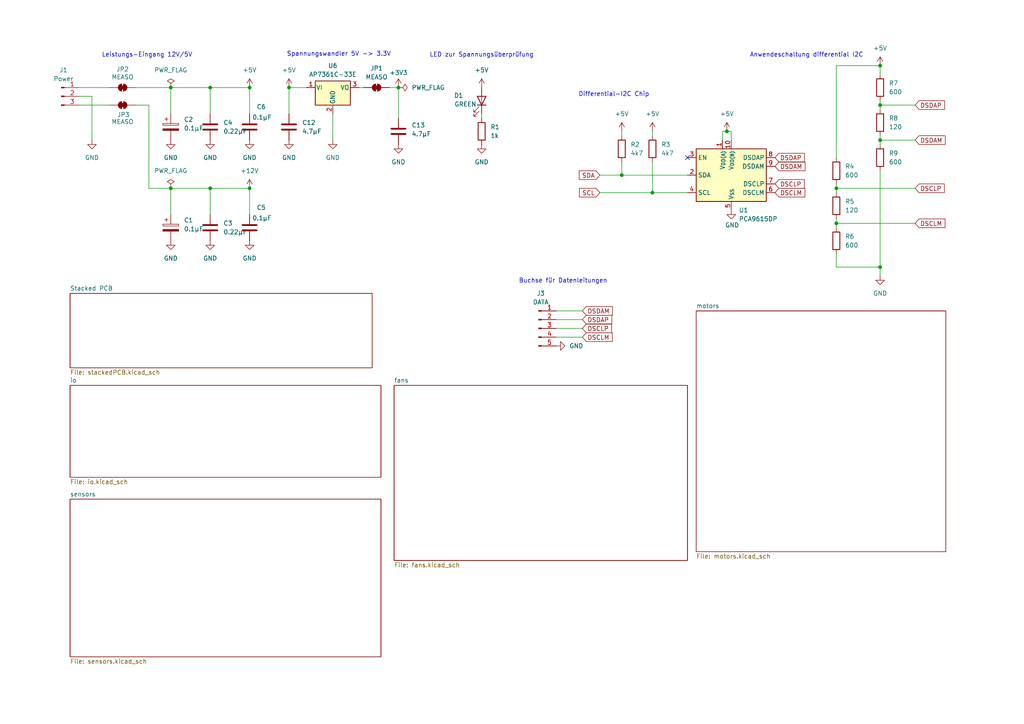
<source format=kicad_sch>
(kicad_sch (version 20231120) (generator "eeschema") (generator_version "8.0")
  (paper "A4")
  (title_block (title "Printhead PCB"))
  (lib_symbols
    (symbol "Connector:Conn_01x03_Pin" (pin_names (offset 1.016) hide)
      (property "Reference" "J" (at 0 5.08 0))
      (property "Value" "Conn_01x03_Pin" (at 0 -5.08 0))
      (symbol "Conn_01x03_Pin_1_1"
        (polyline (pts (xy 1.27 -2.54) (xy 0.8636 -2.54)) (stroke (width 0.1524)))
        (polyline (pts (xy 1.27 0) (xy 0.8636 0)) (stroke (width 0.1524)))
        (polyline (pts (xy 1.27 2.54) (xy 0.8636 2.54)) (stroke (width 0.1524)))
        (rectangle (start 0.8636 -2.413) (end 0 -2.667) (stroke (width 0.1524)) (fill (type outline)))
        (rectangle (start 0.8636 0.127) (end 0 -0.127) (stroke (width 0.1524)) (fill (type outline)))
        (rectangle (start 0.8636 2.667) (end 0 2.413) (stroke (width 0.1524)) (fill (type outline)))
        (pin passive line (at 5.08 2.54 180) (length 3.81) (name "Pin_1") (number "1"))
        (pin passive line (at 5.08 0 180) (length 3.81) (name "Pin_2") (number "2"))
        (pin passive line (at 5.08 -2.54 180) (length 3.81) (name "Pin_3") (number "3"))
      )
    )
    (symbol "Connector:Conn_01x05_Pin" (pin_names (offset 1.016) hide)
      (property "Reference" "J" (at 0 7.62 0))
      (property "Value" "Conn_01x05_Pin" (at 0 -7.62 0))
      (symbol "Conn_01x05_Pin_1_1"
        (polyline (pts (xy 1.27 -5.08) (xy 0.8636 -5.08)) (stroke (width 0.1524)))
        (polyline (pts (xy 1.27 -2.54) (xy 0.8636 -2.54)) (stroke (width 0.1524)))
        (polyline (pts (xy 1.27 0) (xy 0.8636 0)) (stroke (width 0.1524)))
        (polyline (pts (xy 1.27 2.54) (xy 0.8636 2.54)) (stroke (width 0.1524)))
        (polyline (pts (xy 1.27 5.08) (xy 0.8636 5.08)) (stroke (width 0.1524)))
        (rectangle (start 0.8636 -4.953) (end 0 -5.207) (stroke (width 0.1524)) (fill (type outline)))
        (rectangle (start 0.8636 -2.413) (end 0 -2.667) (stroke (width 0.1524)) (fill (type outline)))
        (rectangle (start 0.8636 0.127) (end 0 -0.127) (stroke (width 0.1524)) (fill (type outline)))
        (rectangle (start 0.8636 2.667) (end 0 2.413) (stroke (width 0.1524)) (fill (type outline)))
        (rectangle (start 0.8636 5.207) (end 0 4.953) (stroke (width 0.1524)) (fill (type outline)))
        (pin passive line (at 5.08 5.08 180) (length 3.81) (name "Pin_1") (number "1"))
        (pin passive line (at 5.08 2.54 180) (length 3.81) (name "Pin_2") (number "2"))
        (pin passive line (at 5.08 0 180) (length 3.81) (name "Pin_3") (number "3"))
        (pin passive line (at 5.08 -2.54 180) (length 3.81) (name "Pin_4") (number "4"))
        (pin passive line (at 5.08 -5.08 180) (length 3.81) (name "Pin_5") (number "5"))
      )
    )
    (symbol "Device:C" (pin_numbers hide) (pin_names (offset 0.254))
      (property "Reference" "C" (at 0.635 2.54 0))
      (property "Value" "C" (at 0.635 -2.54 0))
      (symbol "C_0_1"
        (polyline (pts (xy -2.032 -0.762) (xy 2.032 -0.762)) (stroke (width 0.508)))
        (polyline (pts (xy -2.032 0.762) (xy 2.032 0.762)) (stroke (width 0.508)))
      )
      (symbol "C_1_1"
        (pin passive line (at 0 3.81 270) (length 2.794) (name "~") (number "1"))
        (pin passive line (at 0 -3.81 90) (length 2.794) (name "~") (number "2"))
      )
    )
    (symbol "Device:C_Polarized" (pin_numbers hide) (pin_names (offset 0.254))
      (property "Reference" "C" (at 0.635 2.54 0))
      (property "Value" "C_Polarized" (at 0.635 -2.54 0))
      (symbol "C_Polarized_0_1"
        (rectangle (start -2.286 0.508) (end 2.286 1.016))
        (polyline (pts (xy -1.778 2.286) (xy -0.762 2.286)))
        (polyline (pts (xy -1.27 2.794) (xy -1.27 1.778)))
        (rectangle (start 2.286 -0.508) (end -2.286 -1.016) (fill (type outline)))
      )
      (symbol "C_Polarized_1_1"
        (pin passive line (at 0 3.81 270) (length 2.794) (name "~") (number "1"))
        (pin passive line (at 0 -3.81 90) (length 2.794) (name "~") (number "2"))
      )
    )
    (symbol "Device:LED" (pin_numbers hide) (pin_names (offset 1.016) hide)
      (property "Reference" "D" (at 0 2.54 0))
      (property "Value" "LED" (at 0 -2.54 0))
      (symbol "LED_0_1"
        (polyline (pts (xy -1.27 -1.27) (xy -1.27 1.27)) (stroke (width 0.254)))
        (polyline (pts (xy -1.27 0) (xy 1.27 0)))
        (polyline (pts (xy 1.27 -1.27) (xy 1.27 1.27) (xy -1.27 0) (xy 1.27 -1.27)) (stroke (width 0.254)))
        (polyline (pts (xy -3.048 -0.762) (xy -4.572 -2.286) (xy -3.81 -2.286) (xy -4.572 -2.286) (xy -4.572 -1.524)))
        (polyline (pts (xy -1.778 -0.762) (xy -3.302 -2.286) (xy -2.54 -2.286) (xy -3.302 -2.286) (xy -3.302 -1.524)))
      )
      (symbol "LED_1_1"
        (pin passive line (at -3.81 0 0) (length 2.54) (name "K") (number "1"))
        (pin passive line (at 3.81 0 180) (length 2.54) (name "A") (number "2"))
      )
    )
    (symbol "Device:R" (pin_numbers hide) (pin_names (offset 0))
      (property "Reference" "R" (at 2.032 0 90))
      (property "Value" "R" (at 0 0 90))
      (symbol "R_0_1"
        (rectangle (start -1.016 -2.54) (end 1.016 2.54) (stroke (width 0.254)))
      )
      (symbol "R_1_1"
        (pin passive line (at 0 3.81 270) (length 1.27) (name "~") (number "1"))
        (pin passive line (at 0 -3.81 90) (length 1.27) (name "~") (number "2"))
      )
    )
    (symbol "Interface:PCA9615DP"
      (property "Reference" "U" (at -10.16 8.89 0))
      (property "Value" "PCA9615DP" (at 1.27 8.89 0))
      (symbol "PCA9615DP_0_1"
        (rectangle (start -10.16 7.62) (end 10.16 -7.62) (stroke (width 0.254)) (fill (type background)))
      )
      (symbol "PCA9615DP_1_1"
        (pin power_in line (at -2.54 10.16 270) (length 2.54) (name "V_{DD(A)}") (number "1"))
        (pin power_in line (at 0 10.16 270) (length 2.54) (name "V_{DD(B)}") (number "10"))
        (pin bidirectional line (at -12.7 0 0) (length 2.54) (name "SDA") (number "2"))
        (pin input line (at -12.7 5.08 0) (length 2.54) (name "EN") (number "3"))
        (pin bidirectional line (at -12.7 -5.08 0) (length 2.54) (name "SCL") (number "4"))
        (pin power_in line (at 0 -10.16 90) (length 2.54) (name "V_{SS}") (number "5"))
        (pin bidirectional line (at 12.7 -5.08 180) (length 2.54) (name "DSCLM") (number "6"))
        (pin bidirectional line (at 12.7 -2.54 180) (length 2.54) (name "DSCLP") (number "7"))
        (pin bidirectional line (at 12.7 5.08 180) (length 2.54) (name "DSDAP") (number "8"))
        (pin bidirectional line (at 12.7 2.54 180) (length 2.54) (name "DSDAM") (number "9"))
      )
    )
    (symbol "Jumper:SolderJumper_2_Bridged" (pin_numbers hide) (pin_names (offset 0) hide) (exclude_from_sim yes) (in_bom no)
      (property "Reference" "JP" (at 0 2.032 0))
      (property "Value" "SolderJumper_2_Bridged" (at 0 -2.54 0))
      (symbol "SolderJumper_2_Bridged_0_1"
        (rectangle (start -0.508 0.508) (end 0.508 -0.508) (fill (type outline)))
        (arc (start -0.254 1.016) (mid -1.2656 0) (end -0.254 -1.016))
        (arc (start -0.254 1.016) (mid -1.2656 0) (end -0.254 -1.016) (fill (type outline)))
        (polyline (pts (xy -0.254 1.016) (xy -0.254 -1.016)))
        (polyline (pts (xy 0.254 1.016) (xy 0.254 -1.016)))
        (arc (start 0.254 -1.016) (mid 1.2656 0) (end 0.254 1.016))
        (arc (start 0.254 -1.016) (mid 1.2656 0) (end 0.254 1.016) (fill (type outline)))
      )
      (symbol "SolderJumper_2_Bridged_1_1"
        (pin passive line (at -3.81 0 0) (length 2.54) (name "A") (number "1"))
        (pin passive line (at 3.81 0 180) (length 2.54) (name "B") (number "2"))
      )
    )
    (symbol "Regulator_Linear:AP7361C-33E" (pin_names (offset 0.254))
      (property "Reference" "U" (at -3.81 3.175 0))
      (property "Value" "AP7361C-33E" (at 0 3.175 0))
      (symbol "AP7361C-33E_0_1"
        (rectangle (start -5.08 -5.08) (end 5.08 1.905) (stroke (width 0.254)) (fill (type background)))
      )
      (symbol "AP7361C-33E_1_1"
        (pin power_in line (at -7.62 0 0) (length 2.54) (name "VI") (number "1"))
        (pin power_in line (at 0 -7.62 90) (length 2.54) (name "GND") (number "2"))
        (pin power_out line (at 7.62 0 180) (length 2.54) (name "VO") (number "3"))
      )
    )
    (symbol "power:+12V" (power) (pin_numbers hide) (pin_names (offset 0) hide)
      (property "Value" "+12V" (at 0 3.556 0))
      (symbol "+12V_0_1"
        (polyline (pts (xy -0.762 1.27) (xy 0 2.54)))
        (polyline (pts (xy 0 0) (xy 0 2.54)))
        (polyline (pts (xy 0 2.54) (xy 0.762 1.27)))
      )
      (symbol "+12V_1_1"
        (pin power_in line (at 0 0 90) (length 0) (name "~") (number "1"))
      )
    )
    (symbol "power:+3V3" (power) (pin_numbers hide) (pin_names (offset 0) hide)
      (property "Value" "+3V3" (at 0 3.556 0))
      (symbol "+3V3_0_1"
        (polyline (pts (xy -0.762 1.27) (xy 0 2.54)))
        (polyline (pts (xy 0 0) (xy 0 2.54)))
        (polyline (pts (xy 0 2.54) (xy 0.762 1.27)))
      )
      (symbol "+3V3_1_1"
        (pin power_in line (at 0 0 90) (length 0) (name "~") (number "1"))
      )
    )
    (symbol "power:+5V" (power) (pin_numbers hide) (pin_names (offset 0) hide)
      (property "Value" "+5V" (at 0 3.556 0))
      (symbol "+5V_0_1"
        (polyline (pts (xy -0.762 1.27) (xy 0 2.54)))
        (polyline (pts (xy 0 0) (xy 0 2.54)))
        (polyline (pts (xy 0 2.54) (xy 0.762 1.27)))
      )
      (symbol "+5V_1_1"
        (pin power_in line (at 0 0 90) (length 0) (name "~") (number "1"))
      )
    )
    (symbol "power:GND" (power) (pin_numbers hide) (pin_names (offset 0) hide)
      (property "Value" "GND" (at 0 -3.81 0))
      (symbol "GND_0_1"
        (polyline (pts (xy 0 0) (xy 0 -1.27) (xy 1.27 -1.27) (xy 0 -2.54) (xy -1.27 -1.27) (xy 0 -1.27)))
      )
      (symbol "GND_1_1"
        (pin power_in line (at 0 0 270) (length 0) (name "~") (number "1"))
      )
    )
    (symbol "power:PWR_FLAG" (power) (pin_numbers hide) (pin_names (offset 0) hide)
      (property "Value" "PWR_FLAG" (at 0 3.81 0))
      (symbol "PWR_FLAG_0_0"
        (pin power_out line (at 0 0 90) (length 0) (name "~") (number "1"))
      )
      (symbol "PWR_FLAG_0_1"
        (polyline (pts (xy 0 0) (xy 0 1.27) (xy -1.016 1.905) (xy 0 2.54) (xy 1.016 1.905) (xy 0 1.27)))
      )
    )
  )
  (junction (at 255.27 30.48))
  (junction (at 60.96 25.4))
  (junction (at 115.57 25.4))
  (junction (at 49.53 54.61))
  (junction (at 72.39 54.61))
  (junction (at 72.39 25.4))
  (junction (at 255.27 40.64))
  (junction (at 180.34 50.8))
  (junction (at 242.57 54.61))
  (junction (at 255.27 19.05))
  (junction (at 255.27 77.47))
  (junction (at 189.23 55.88))
  (junction (at 210.82 38.1))
  (junction (at 83.82 25.4))
  (junction (at 49.53 25.4))
  (junction (at 60.96 54.61))
  (junction (at 242.57 64.77))
  (no_connect (at 199.39 45.72))
  (wire (pts (xy 242.57 53.34) (xy 242.57 54.61)))
  (wire (pts (xy 189.23 46.99) (xy 189.23 55.88)))
  (wire (pts (xy 72.39 33.02) (xy 72.39 25.4)))
  (wire (pts (xy 210.82 38.1) (xy 212.09 38.1)))
  (wire (pts (xy 242.57 54.61) (xy 242.57 55.88)))
  (wire (pts (xy 60.96 25.4) (xy 72.39 25.4)))
  (wire (pts (xy 242.57 64.77) (xy 265.43 64.77)))
  (wire (pts (xy 22.86 25.4) (xy 31.75 25.4)))
  (wire (pts (xy 189.23 39.37) (xy 189.23 38.1)))
  (wire (pts (xy 255.27 80.01) (xy 255.27 77.47)))
  (wire (pts (xy 242.57 64.77) (xy 242.57 66.04)))
  (wire (pts (xy 39.37 30.48) (xy 43.18 30.48)))
  (wire (pts (xy 49.53 62.23) (xy 49.53 54.61)))
  (wire (pts (xy 88.9 25.4) (xy 83.82 25.4)))
  (wire (pts (xy 242.57 19.05) (xy 255.27 19.05)))
  (wire (pts (xy 242.57 73.66) (xy 242.57 77.47)))
  (wire (pts (xy 26.67 27.94) (xy 26.67 40.64)))
  (wire (pts (xy 49.53 33.02) (xy 49.53 25.4)))
  (wire (pts (xy 255.27 19.05) (xy 255.27 21.59)))
  (wire (pts (xy 242.57 54.61) (xy 265.43 54.61)))
  (wire (pts (xy 39.37 25.4) (xy 49.53 25.4)))
  (wire (pts (xy 255.27 30.48) (xy 265.43 30.48)))
  (wire (pts (xy 242.57 63.5) (xy 242.57 64.77)))
  (wire (pts (xy 180.34 38.1) (xy 180.34 39.37)))
  (wire (pts (xy 168.91 92.71) (xy 161.29 92.71)))
  (wire (pts (xy 168.91 95.25) (xy 161.29 95.25)))
  (wire (pts (xy 72.39 62.23) (xy 72.39 54.61)))
  (wire (pts (xy 49.53 25.4) (xy 60.96 25.4)))
  (wire (pts (xy 255.27 40.64) (xy 255.27 41.91)))
  (wire (pts (xy 255.27 29.21) (xy 255.27 30.48)))
  (wire (pts (xy 139.7 33.02) (xy 139.7 34.29)))
  (wire (pts (xy 209.55 38.1) (xy 210.82 38.1)))
  (wire (pts (xy 255.27 49.53) (xy 255.27 77.47)))
  (wire (pts (xy 180.34 46.99) (xy 180.34 50.8)))
  (wire (pts (xy 113.03 25.4) (xy 115.57 25.4)))
  (wire (pts (xy 242.57 45.72) (xy 242.57 19.05)))
  (wire (pts (xy 255.27 39.37) (xy 255.27 40.64)))
  (wire (pts (xy 22.86 27.94) (xy 26.67 27.94)))
  (wire (pts (xy 22.86 30.48) (xy 31.75 30.48)))
  (wire (pts (xy 43.18 30.48) (xy 43.18 54.61)))
  (wire (pts (xy 43.18 54.61) (xy 49.53 54.61)))
  (wire (pts (xy 255.27 40.64) (xy 265.43 40.64)))
  (wire (pts (xy 255.27 77.47) (xy 242.57 77.47)))
  (wire (pts (xy 180.34 50.8) (xy 199.39 50.8)))
  (wire (pts (xy 60.96 62.23) (xy 60.96 54.61)))
  (wire (pts (xy 173.99 50.8) (xy 180.34 50.8)))
  (wire (pts (xy 173.99 55.88) (xy 189.23 55.88)))
  (wire (pts (xy 115.57 25.4) (xy 115.57 34.29)))
  (wire (pts (xy 189.23 55.88) (xy 199.39 55.88)))
  (wire (pts (xy 255.27 30.48) (xy 255.27 31.75)))
  (wire (pts (xy 49.53 54.61) (xy 60.96 54.61)))
  (wire (pts (xy 168.91 90.17) (xy 161.29 90.17)))
  (wire (pts (xy 168.91 97.79) (xy 161.29 97.79)))
  (wire (pts (xy 60.96 33.02) (xy 60.96 25.4)))
  (wire (pts (xy 83.82 25.4) (xy 83.82 33.02)))
  (wire (pts (xy 96.52 33.02) (xy 96.52 40.64)))
  (wire (pts (xy 104.14 25.4) (xy 105.41 25.4)))
  (wire (pts (xy 209.55 38.1) (xy 209.55 40.64)))
  (wire (pts (xy 60.96 54.61) (xy 72.39 54.61)))
  (wire (pts (xy 212.09 40.64) (xy 212.09 38.1)))
  (text "Anwendeschaltung differential I2C" (at 233.934 16.002 0) (effects (font (size 1.27 1.27))))
  (text "Differential-I2C Chip" (at 178.054 27.432 0) (effects (font (size 1.27 1.27))))
  (text "Leistungs-Eingang 12V/5V\n" (at 42.672 16.002 0) (effects (font (size 1.27 1.27))))
  (text "Buchse für Datenleitungen\n" (at 163.322 81.534 0) (effects (font (size 1.27 1.27))))
  (text "Spannungswandler 5V -> 3.3V\n" (at 98.298 15.748 0) (effects (font (size 1.27 1.27))))
  (text "LED zur Spannungsüberprüfung" (at 139.7 16.002 0) (effects (font (size 1.27 1.27))))
  (global_label "DSCLP" (shape input) (at 265.43 54.61 0) (property "Intersheetrefs" "${INTERSHEET_REFS}" (effects (hide yes))))
  (global_label "DSDAM" (shape input) (at 168.91 90.17 0) (property "Intersheetrefs" "${INTERSHEET_REFS}" (effects (hide yes))))
  (global_label "DSCLP" (shape input) (at 224.79 53.34 0) (property "Intersheetrefs" "${INTERSHEET_REFS}" (effects (hide yes))))
  (global_label "DSCLM" (shape input) (at 224.79 55.88 0) (property "Intersheetrefs" "${INTERSHEET_REFS}" (effects (hide yes))))
  (global_label "DSDAP" (shape input) (at 265.43 30.48 0) (property "Intersheetrefs" "${INTERSHEET_REFS}" (effects (hide yes))))
  (global_label "DSDAP" (shape input) (at 168.91 92.71 0) (property "Intersheetrefs" "${INTERSHEET_REFS}" (effects (hide yes))))
  (global_label "DSCLM" (shape input) (at 265.43 64.77 0) (property "Intersheetrefs" "${INTERSHEET_REFS}" (effects (hide yes))))
  (global_label "DSDAM" (shape input) (at 265.43 40.64 0) (property "Intersheetrefs" "${INTERSHEET_REFS}" (effects (hide yes))))
  (global_label "SDA" (shape input) (at 173.99 50.8 180) (property "Intersheetrefs" "${INTERSHEET_REFS}" (effects (hide yes))))
  (global_label "DSCLP" (shape input) (at 168.91 95.25 0) (property "Intersheetrefs" "${INTERSHEET_REFS}" (effects (hide yes))))
  (global_label "DSDAP" (shape input) (at 224.79 45.72 0) (property "Intersheetrefs" "${INTERSHEET_REFS}" (effects (hide yes))))
  (global_label "DSCLM" (shape input) (at 168.91 97.79 0) (property "Intersheetrefs" "${INTERSHEET_REFS}" (effects (hide yes))))
  (global_label "DSDAM" (shape input) (at 224.79 48.26 0) (property "Intersheetrefs" "${INTERSHEET_REFS}" (effects (hide yes))))
  (global_label "SCL" (shape input) (at 173.99 55.88 180) (property "Intersheetrefs" "${INTERSHEET_REFS}" (effects (hide yes))))
  (symbol (lib_id "power:PWR_FLAG") (at 49.53 25.4 0) (unit 1)
    (property "Reference" "#FLG02" (effects (hide yes)))
    (property "Value" "PWR_FLAG" (at 49.53 20.32 0))
    (property "Description" "Special symbol for telling ERC where power comes from" (effects (hide yes)))
  )
  (symbol (lib_id "Device:R") (at 242.57 59.69 0) (unit 1)
    (property "Reference" "R5" (at 245.11 58.4199 0) (effects (justify left)))
    (property "Value" "120" (at 245.11 60.9599 0) (effects (justify left)))
    (property "Footprint" "Resistor_SMD:R_0402_1005Metric" (effects (hide yes)))
    (property "Description" "Resistor" (effects (hide yes)))
  )
  (symbol (lib_id "Device:R") (at 242.57 69.85 0) (unit 1)
    (property "Reference" "R6" (at 245.11 68.5799 0) (effects (justify left)))
    (property "Value" "600" (at 245.11 71.1199 0) (effects (justify left)))
    (property "Footprint" "Resistor_SMD:R_0402_1005Metric" (effects (hide yes)))
    (property "Description" "Resistor" (effects (hide yes)))
  )
  (symbol (lib_id "power:GND") (at 139.7 41.91 0) (unit 1)
    (property "Reference" "#PWR011" (effects (hide yes)))
    (property "Value" "GND" (at 139.7 46.99 0))
    (property "Description" "Power symbol creates a global label with name \"GND\" , ground" (effects (hide yes)))
  )
  (symbol (lib_id "Jumper:SolderJumper_2_Bridged") (at 35.56 25.4 0) (unit 1) (exclude_from_sim yes) (in_bom no)
    (property "Reference" "JP2" (at 35.56 20.066 0))
    (property "Value" "MEASO" (at 35.56 22.352 0))
    (property "Footprint" "Jumper:SolderJumper-2_P1.3mm_Bridged_Pad1.0x1.5mm" (effects (hide yes)))
    (property "Description" "Solder Jumper, 2-pole, closed/bridged" (effects (hide yes)))
  )
  (symbol (lib_id "Regulator_Linear:AP7361C-33E") (at 96.52 25.4 0) (unit 1)
    (property "Reference" "U6" (at 96.52 19.05 0))
    (property "Value" "AP7361C-33E" (at 96.52 21.59 0))
    (property "Footprint" "Package_TO_SOT_SMD:SOT-223-3_TabPin2" (effects (hide yes)))
    (property "Datasheet" "https://www.diodes.com/assets/Datasheets/AP7361C.pdf" (effects (hide yes)))
    (property "Description" "1A Low Dropout regulator, positive, 3.3V fixed output, SOT-223" (effects (hide yes)))
  )
  (symbol (lib_id "Device:C") (at 72.39 66.04 0) (unit 1)
    (property "Reference" "C5" (at 74.422 60.198 0) (effects (justify left)))
    (property "Value" "0.1µF" (at 73.152 63.246 0) (effects (justify left)))
    (property "Footprint" "Capacitor_SMD:C_0402_1005Metric" (effects (hide yes)))
    (property "Description" "Unpolarized capacitor" (effects (hide yes)))
  )
  (symbol (lib_id "Device:R") (at 189.23 43.18 0) (unit 1)
    (property "Reference" "R3" (at 191.77 41.9099 0) (effects (justify left)))
    (property "Value" "4k7" (at 191.77 44.4499 0) (effects (justify left)))
    (property "Footprint" "Resistor_SMD:R_0402_1005Metric" (effects (hide yes)))
    (property "Description" "Resistor" (effects (hide yes)))
  )
  (symbol (lib_id "power:GND") (at 60.96 69.85 0) (unit 1)
    (property "Reference" "#PWR03" (effects (hide yes)))
    (property "Value" "GND" (at 60.96 74.93 0))
    (property "Description" "Power symbol creates a global label with name \"GND\" , ground" (effects (hide yes)))
  )
  (symbol (lib_id "power:GND") (at 83.82 40.64 0) (unit 1)
    (property "Reference" "#PWR058" (effects (hide yes)))
    (property "Value" "GND" (at 83.82 45.72 0))
    (property "Description" "Power symbol creates a global label with name \"GND\" , ground" (effects (hide yes)))
  )
  (symbol (lib_id "power:GND") (at 72.39 69.85 0) (unit 1)
    (property "Reference" "#PWR06" (effects (hide yes)))
    (property "Value" "GND" (at 72.39 74.93 0))
    (property "Description" "Power symbol creates a global label with name \"GND\" , ground" (effects (hide yes)))
  )
  (symbol (lib_id "power:GND") (at 212.09 60.96 0) (unit 1)
    (property "Reference" "#PWR016" (effects (hide yes)))
    (property "Value" "GND" (at 212.344 65.278 0))
    (property "Description" "Power symbol creates a global label with name \"GND\" , ground" (effects (hide yes)))
  )
  (symbol (lib_id "Device:C_Polarized") (at 49.53 36.83 0) (unit 1)
    (property "Reference" "C2" (at 53.34 34.6709 0) (effects (justify left)))
    (property "Value" "0.1µF" (at 53.34 37.2109 0) (effects (justify left)))
    (property "Footprint" "Capacitor_SMD:CP_Elec_5x3" (effects (hide yes)))
    (property "Description" "Polarized capacitor" (effects (hide yes)))
  )
  (symbol (lib_id "power:GND") (at 49.53 69.85 0) (unit 1)
    (property "Reference" "#PWR01" (effects (hide yes)))
    (property "Value" "GND" (at 49.53 74.93 0))
    (property "Description" "Power symbol creates a global label with name \"GND\" , ground" (effects (hide yes)))
  )
  (symbol (lib_id "Device:C_Polarized") (at 49.53 66.04 0) (unit 1)
    (property "Reference" "C1" (at 53.34 63.8809 0) (effects (justify left)))
    (property "Value" "0.1µF" (at 53.34 66.4209 0) (effects (justify left)))
    (property "Footprint" "Capacitor_SMD:CP_Elec_5x3" (effects (hide yes)))
    (property "Description" "Polarized capacitor" (effects (hide yes)))
  )
  (symbol (lib_id "Device:LED") (at 139.7 29.21 270) (mirror x) (unit 1)
    (property "Reference" "D1" (at 134.366 27.686 90) (effects (justify right)))
    (property "Value" "GREEN" (at 138.176 30.226 90) (effects (justify right)))
    (property "Footprint" "LED_SMD:LED_0805_2012Metric" (effects (hide yes)))
    (property "Description" "Light emitting diode" (effects (hide yes)))
  )
  (symbol (lib_id "power:+5V") (at 72.39 25.4 0) (unit 1)
    (property "Reference" "#PWR010" (effects (hide yes)))
    (property "Value" "+5V" (at 72.39 20.32 0))
    (property "Description" "Power symbol creates a global label with name \"+5V\"" (effects (hide yes)))
  )
  (symbol (lib_id "Connector:Conn_01x05_Pin") (at 156.21 95.25 0) (unit 1)
    (property "Reference" "J3" (at 156.845 85.09 0))
    (property "Value" "DATA" (at 156.845 87.63 0))
    (property "Footprint" "Connector_PinHeader_2.54mm:PinHeader_1x05_P2.54mm_Horizontal" (effects (hide yes)))
    (property "Description" "Generic connector, single row, 01x05, script generated" (effects (hide yes)))
  )
  (symbol (lib_id "power:GND") (at 60.96 40.64 0) (unit 1)
    (property "Reference" "#PWR04" (effects (hide yes)))
    (property "Value" "GND" (at 60.96 45.72 0))
    (property "Description" "Power symbol creates a global label with name \"GND\" , ground" (effects (hide yes)))
  )
  (symbol (lib_id "Device:C") (at 72.39 36.83 0) (unit 1)
    (property "Reference" "C6" (at 74.422 30.988 0) (effects (justify left)))
    (property "Value" "0.1µF" (at 73.152 34.036 0) (effects (justify left)))
    (property "Footprint" "Capacitor_SMD:C_0402_1005Metric" (effects (hide yes)))
    (property "Description" "Unpolarized capacitor" (effects (hide yes)))
  )
  (symbol (lib_id "power:GND") (at 72.39 40.64 0) (unit 1)
    (property "Reference" "#PWR08" (effects (hide yes)))
    (property "Value" "GND" (at 72.39 45.72 0))
    (property "Description" "Power symbol creates a global label with name \"GND\" , ground" (effects (hide yes)))
  )
  (symbol (lib_id "Jumper:SolderJumper_2_Bridged") (at 109.22 25.4 0) (unit 1) (exclude_from_sim yes) (in_bom no)
    (property "Reference" "JP1" (at 109.22 19.812 0))
    (property "Value" "MEASO" (at 109.22 22.352 0))
    (property "Footprint" "Jumper:SolderJumper-2_P1.3mm_Bridged_Pad1.0x1.5mm" (effects (hide yes)))
    (property "Description" "Solder Jumper, 2-pole, closed/bridged" (effects (hide yes)))
  )
  (symbol (lib_id "power:GND") (at 255.27 80.01 0) (unit 1)
    (property "Reference" "#PWR018" (effects (hide yes)))
    (property "Value" "GND" (at 255.27 85.09 0))
    (property "Description" "Power symbol creates a global label with name \"GND\" , ground" (effects (hide yes)))
  )
  (symbol (lib_id "power:+3V3") (at 115.57 25.4 0) (unit 1)
    (property "Reference" "#PWR061" (effects (hide yes)))
    (property "Value" "+3V3" (at 115.57 21.082 0))
    (property "Description" "Power symbol creates a global label with name \"+3V3\"" (effects (hide yes)))
  )
  (symbol (lib_id "Device:C") (at 83.82 36.83 0) (unit 1)
    (property "Reference" "C12" (at 87.63 35.5599 0) (effects (justify left)))
    (property "Value" "4.7µF" (at 87.63 38.0999 0) (effects (justify left)))
    (property "Footprint" "Capacitor_SMD:C_0402_1005Metric" (effects (hide yes)))
    (property "Description" "Unpolarized capacitor" (effects (hide yes)))
  )
  (symbol (lib_id "power:PWR_FLAG") (at 49.53 54.61 0) (unit 1)
    (property "Reference" "#FLG01" (effects (hide yes)))
    (property "Value" "PWR_FLAG" (at 49.53 49.53 0))
    (property "Description" "Special symbol for telling ERC where power comes from" (effects (hide yes)))
  )
  (symbol (lib_id "Device:C") (at 115.57 38.1 0) (unit 1)
    (property "Reference" "C13" (at 119.38 36.322 0) (effects (justify left)))
    (property "Value" "4.7µF" (at 119.38 38.862 0) (effects (justify left)))
    (property "Footprint" "Capacitor_SMD:C_0402_1005Metric" (effects (hide yes)))
    (property "Description" "Unpolarized capacitor" (effects (hide yes)))
  )
  (symbol (lib_id "Device:R") (at 180.34 43.18 0) (unit 1)
    (property "Reference" "R2" (at 182.88 41.9099 0) (effects (justify left)))
    (property "Value" "4k7" (at 182.88 44.4499 0) (effects (justify left)))
    (property "Footprint" "Resistor_SMD:R_0402_1005Metric" (effects (hide yes)))
    (property "Description" "Resistor" (effects (hide yes)))
  )
  (symbol (lib_id "power:GND") (at 49.53 40.64 0) (unit 1)
    (property "Reference" "#PWR02" (effects (hide yes)))
    (property "Value" "GND" (at 49.53 45.72 0))
    (property "Description" "Power symbol creates a global label with name \"GND\" , ground" (effects (hide yes)))
  )
  (symbol (lib_id "power:+12V") (at 72.39 54.61 0) (unit 1)
    (property "Reference" "#PWR05" (effects (hide yes)))
    (property "Value" "+12V" (at 72.39 49.53 0))
    (property "Description" "Power symbol creates a global label with name \"+12V\"" (effects (hide yes)))
  )
  (symbol (lib_id "power:GND") (at 96.52 40.64 0) (unit 1)
    (property "Reference" "#PWR059" (effects (hide yes)))
    (property "Value" "GND" (at 96.52 45.72 0))
    (property "Description" "Power symbol creates a global label with name \"GND\" , ground" (effects (hide yes)))
  )
  (symbol (lib_id "Device:R") (at 255.27 25.4 0) (unit 1)
    (property "Reference" "R7" (at 257.81 24.1299 0) (effects (justify left)))
    (property "Value" "600" (at 257.81 26.6699 0) (effects (justify left)))
    (property "Footprint" "Resistor_SMD:R_0402_1005Metric" (effects (hide yes)))
    (property "Description" "Resistor" (effects (hide yes)))
  )
  (symbol (lib_id "Device:R") (at 242.57 49.53 0) (unit 1)
    (property "Reference" "R4" (at 245.11 48.2599 0) (effects (justify left)))
    (property "Value" "600" (at 245.11 50.7999 0) (effects (justify left)))
    (property "Footprint" "Resistor_SMD:R_0402_1005Metric" (effects (hide yes)))
    (property "Description" "Resistor" (effects (hide yes)))
  )
  (symbol (lib_id "Device:C") (at 60.96 66.04 0) (unit 1)
    (property "Reference" "C3" (at 64.77 64.7699 0) (effects (justify left)))
    (property "Value" "0.22µF" (at 64.77 67.3099 0) (effects (justify left)))
    (property "Footprint" "Capacitor_SMD:C_0402_1005Metric" (effects (hide yes)))
    (property "Description" "Unpolarized capacitor" (effects (hide yes)))
  )
  (symbol (lib_id "power:GND") (at 26.67 40.64 0) (unit 1)
    (property "Reference" "#PWR09" (effects (hide yes)))
    (property "Value" "GND" (at 26.67 45.72 0))
    (property "Description" "Power symbol creates a global label with name \"GND\" , ground" (effects (hide yes)))
  )
  (symbol (lib_id "Connector:Conn_01x03_Pin") (at 17.78 27.94 0) (unit 1)
    (property "Reference" "J1" (at 18.415 20.32 0))
    (property "Value" "Power" (at 18.415 22.86 0))
    (property "Footprint" "Connector_PinHeader_2.54mm:PinHeader_1x03_P2.54mm_Horizontal" (effects (hide yes)))
    (property "Description" "Generic connector, single row, 01x03, script generated" (effects (hide yes)))
  )
  (symbol (lib_id "power:+5V") (at 139.7 25.4 0) (unit 1)
    (property "Reference" "#PWR07" (effects (hide yes)))
    (property "Value" "+5V" (at 139.7 20.32 0))
    (property "Description" "Power symbol creates a global label with name \"+5V\"" (effects (hide yes)))
  )
  (symbol (lib_id "Interface:PCA9615DP") (at 212.09 50.8 0) (unit 1)
    (property "Reference" "U1" (at 214.2841 60.96 0) (effects (justify left)))
    (property "Value" "PCA9615DP" (at 214.2841 63.5 0) (effects (justify left)))
    (property "Footprint" "Package_SO:TSSOP-10_3x3mm_P0.5mm" (effects (hide yes)))
    (property "Datasheet" "https://www.nxp.com/docs/en/data-sheet/PCA9615.pdf" (effects (hide yes)))
    (property "Description" "Dual bidirectional hot-swap multipoint bus buffer, SO-8" (effects (hide yes)))
  )
  (symbol (lib_id "Jumper:SolderJumper_2_Bridged") (at 35.56 30.48 0) (unit 1) (exclude_from_sim yes) (in_bom no)
    (property "Reference" "JP3" (at 35.814 33.274 0))
    (property "Value" "MEASO" (at 35.56 35.306 0))
    (property "Footprint" "Jumper:SolderJumper-2_P1.3mm_Bridged_Pad1.0x1.5mm" (effects (hide yes)))
    (property "Description" "Solder Jumper, 2-pole, closed/bridged" (effects (hide yes)))
  )
  (symbol (lib_id "power:+5V") (at 210.82 38.1 0) (unit 1)
    (property "Reference" "#PWR015" (effects (hide yes)))
    (property "Value" "+5V" (at 210.82 33.02 0))
    (property "Description" "Power symbol creates a global label with name \"+5V\"" (effects (hide yes)))
  )
  (symbol (lib_id "power:+5V") (at 189.23 38.1 0) (unit 1)
    (property "Reference" "#PWR014" (effects (hide yes)))
    (property "Value" "+5V" (at 189.23 33.02 0))
    (property "Description" "Power symbol creates a global label with name \"+5V\"" (effects (hide yes)))
  )
  (symbol (lib_id "power:PWR_FLAG") (at 115.57 25.4 270) (unit 1)
    (property "Reference" "#FLG06" (effects (hide yes)))
    (property "Value" "PWR_FLAG" (at 119.38 25.3999 90) (effects (justify left)))
    (property "Description" "Special symbol for telling ERC where power comes from" (effects (hide yes)))
  )
  (symbol (lib_id "Device:R") (at 255.27 35.56 0) (unit 1)
    (property "Reference" "R8" (at 257.81 34.2899 0) (effects (justify left)))
    (property "Value" "120" (at 257.81 36.8299 0) (effects (justify left)))
    (property "Footprint" "Resistor_SMD:R_0402_1005Metric" (effects (hide yes)))
    (property "Description" "Resistor" (effects (hide yes)))
  )
  (symbol (lib_id "power:+5V") (at 255.27 19.05 0) (unit 1)
    (property "Reference" "#PWR017" (effects (hide yes)))
    (property "Value" "+5V" (at 255.27 13.97 0))
    (property "Description" "Power symbol creates a global label with name \"+5V\"" (effects (hide yes)))
  )
  (symbol (lib_id "power:GND") (at 115.57 41.91 0) (unit 1)
    (property "Reference" "#PWR060" (effects (hide yes)))
    (property "Value" "GND" (at 115.57 46.99 0))
    (property "Description" "Power symbol creates a global label with name \"GND\" , ground" (effects (hide yes)))
  )
  (symbol (lib_id "Device:R") (at 255.27 45.72 0) (unit 1)
    (property "Reference" "R9" (at 257.81 44.4499 0) (effects (justify left)))
    (property "Value" "600" (at 257.81 46.9899 0) (effects (justify left)))
    (property "Footprint" "Resistor_SMD:R_0402_1005Metric" (effects (hide yes)))
    (property "Description" "Resistor" (effects (hide yes)))
  )
  (symbol (lib_id "Device:R") (at 139.7 38.1 0) (unit 1)
    (property "Reference" "R1" (at 142.24 36.8299 0) (effects (justify left)))
    (property "Value" "1k" (at 142.24 39.3699 0) (effects (justify left)))
    (property "Footprint" "Resistor_SMD:R_0402_1005Metric" (effects (hide yes)))
    (property "Description" "Resistor" (effects (hide yes)))
  )
  (symbol (lib_id "power:GND") (at 161.29 100.33 90) (unit 1)
    (property "Reference" "#PWR069" (effects (hide yes)))
    (property "Value" "GND" (at 165.1 100.3299 90) (effects (justify right)))
    (property "Description" "Power symbol creates a global label with name \"GND\" , ground" (effects (hide yes)))
  )
  (symbol (lib_id "power:+5V") (at 180.34 38.1 0) (unit 1)
    (property "Reference" "#PWR013" (effects (hide yes)))
    (property "Value" "+5V" (at 180.34 33.02 0))
    (property "Description" "Power symbol creates a global label with name \"+5V\"" (effects (hide yes)))
  )
  (symbol (lib_id "power:+5V") (at 83.82 25.4 0) (unit 1)
    (property "Reference" "#PWR062" (effects (hide yes)))
    (property "Value" "+5V" (at 83.82 20.32 0))
    (property "Description" "Power symbol creates a global label with name \"+5V\"" (effects (hide yes)))
  )
  (symbol (lib_id "Device:C") (at 60.96 36.83 0) (unit 1)
    (property "Reference" "C4" (at 64.77 35.5599 0) (effects (justify left)))
    (property "Value" "0.22µF" (at 64.77 38.0999 0) (effects (justify left)))
    (property "Footprint" "Capacitor_SMD:C_0402_1005Metric" (effects (hide yes)))
    (property "Description" "Unpolarized capacitor" (effects (hide yes)))
  )
  (sheet (at 20.32 111.76) (size 90.17 26.67) (stroke (width 0.1524))
    (property "Sheetname" "io" (at 20.32 111.0484 0) (effects (justify left bottom)))
    (property "Sheetfile" "io.kicad_sch" (at 20.32 139.0146 0) (effects (justify left top)))
  )
  (sheet (at 201.93 90.17) (size 72.39 69.85) (stroke (width 0.1524))
    (property "Sheetname" "motors" (at 201.93 89.4584 0) (effects (justify left bottom)))
    (property "Sheetfile" "motors.kicad_sch" (at 201.93 160.6046 0) (effects (justify left top)))
  )
  (sheet (at 20.32 85.09) (size 87.63 21.59) (stroke (width 0.1524))
    (property "Sheetname" "Stacked PCB" (at 20.32 84.3784 0) (effects (justify left bottom)))
    (property "Sheetfile" "stackedPCB.kicad_sch" (at 20.32 107.2646 0) (effects (justify left top)))
  )
  (sheet (at 114.3 111.76) (size 85.09 50.8) (stroke (width 0.1524))
    (property "Sheetname" "fans" (at 114.3 111.0484 0) (effects (justify left bottom)))
    (property "Sheetfile" "fans.kicad_sch" (at 114.3 163.1446 0) (effects (justify left top)))
  )
  (sheet (at 20.32 144.78) (size 90.17 45.72) (stroke (width 0.1524))
    (property "Sheetname" "sensors" (at 20.32 144.0684 0) (effects (justify left bottom)))
    (property "Sheetfile" "sensors.kicad_sch" (at 20.32 191.0846 0) (effects (justify left top)))
  )
)
</source>
